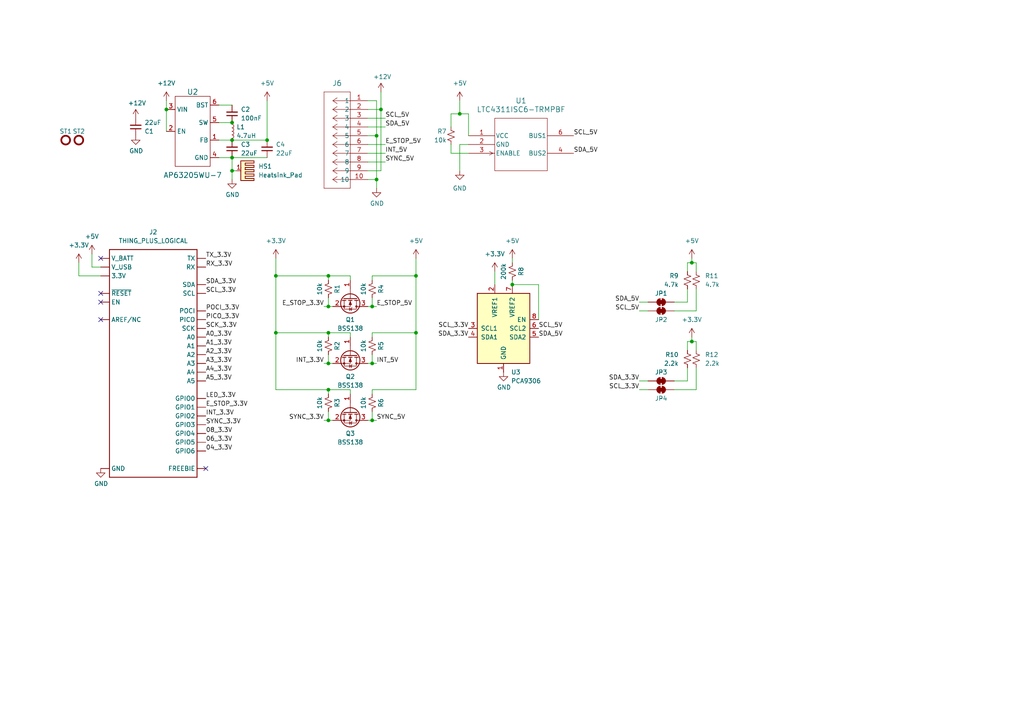
<source format=kicad_sch>
(kicad_sch (version 20230121) (generator eeschema)
  (paper "A4")
  (lib_symbols
    (symbol "Device:C_Small" (pin_numbers hide) (pin_names (offset 0.254) hide)
      (property "Reference" "C" (at 0.254 1.778 0))
      (property "Value" "C_Small" (at 0.254 -2.032 0))
      (symbol "C_Small_0_1"
        (polyline (pts (xy -1.524 -0.508) (xy 1.524 -0.508)) (stroke (width 0.3302)))
        (polyline (pts (xy -1.524 0.508) (xy 1.524 0.508)) (stroke (width 0.3048)))
      )
      (symbol "C_Small_1_1"
        (pin passive line (at 0 2.54 270) (length 2.032) (name "~") (number "1"))
        (pin passive line (at 0 -2.54 90) (length 2.032) (name "~") (number "2"))
      )
    )
    (symbol "Device:L_Small" (pin_numbers hide) (pin_names (offset 0.254) hide)
      (property "Reference" "L" (at 0.762 1.016 0))
      (property "Value" "L_Small" (at 0.762 -1.016 0))
      (symbol "L_Small_0_1"
        (arc (start 0 -2.032) (mid 0.5058 -1.524) (end 0 -1.016))
        (arc (start 0 -1.016) (mid 0.5058 -0.508) (end 0 0))
        (arc (start 0 0) (mid 0.5058 0.508) (end 0 1.016))
        (arc (start 0 1.016) (mid 0.5058 1.524) (end 0 2.032))
      )
      (symbol "L_Small_1_1"
        (pin passive line (at 0 2.54 270) (length 0.508) (name "~") (number "1"))
        (pin passive line (at 0 -2.54 90) (length 0.508) (name "~") (number "2"))
      )
    )
    (symbol "Device:R_Small_US" (pin_numbers hide) (pin_names (offset 0.254) hide)
      (property "Reference" "R" (at 0.762 0.508 0))
      (property "Value" "R_Small_US" (at 0.762 -1.016 0))
      (symbol "R_Small_US_1_1"
        (polyline (pts (xy 0 0) (xy 1.016 -0.381) (xy 0 -0.762) (xy -1.016 -1.143) (xy 0 -1.524)))
        (polyline (pts (xy 0 1.524) (xy 1.016 1.143) (xy 0 0.762) (xy -1.016 0.381) (xy 0 0)))
        (pin passive line (at 0 2.54 270) (length 1.016) (name "~") (number "1"))
        (pin passive line (at 0 -2.54 90) (length 1.016) (name "~") (number "2"))
      )
    )
    (symbol "Interface:PCA9306" (pin_names (offset 1.016))
      (property "Reference" "U" (at -7.62 11.43 0))
      (property "Value" "PCA9306" (at 5.08 11.43 0))
      (symbol "PCA9306_0_1"
        (rectangle (start -7.62 10.16) (end 7.62 -10.16) (stroke (width 0.254)) (fill (type background)))
      )
      (symbol "PCA9306_1_1"
        (pin power_in line (at 0 -12.7 90) (length 2.54) (name "GND") (number "1"))
        (pin power_in line (at -2.54 12.7 270) (length 2.54) (name "VREF1") (number "2"))
        (pin bidirectional line (at -10.16 0 0) (length 2.54) (name "SCL1") (number "3"))
        (pin bidirectional line (at -10.16 -2.54 0) (length 2.54) (name "SDA1") (number "4"))
        (pin bidirectional line (at 10.16 -2.54 180) (length 2.54) (name "SDA2") (number "5"))
        (pin bidirectional line (at 10.16 0 180) (length 2.54) (name "SCL2") (number "6"))
        (pin power_in line (at 2.54 12.7 270) (length 2.54) (name "VREF2") (number "7"))
        (pin input line (at 10.16 2.54 180) (length 2.54) (name "EN") (number "8"))
      )
    )
    (symbol "LTC4311:LTC4311ISC6-TRMPBF" (pin_names (offset 0.254))
      (property "Reference" "U1" (at 15.24 10.16 0))
      (property "Value" "LTC4311ISC6-TRMPBF" (at 15.24 7.62 0))
      (symbol "LTC4311ISC6-TRMPBF_0_1"
        (polyline (pts (xy 7.0993 -5.08) (xy 6.0579 -5.6007)) (stroke (width 0.127)))
        (polyline (pts (xy 7.0993 -5.08) (xy 6.0579 -4.5593)) (stroke (width 0.127)))
        (polyline (pts (xy 7.62 -10.16) (xy 22.86 -10.16)) (stroke (width 0.127)))
        (polyline (pts (xy 7.62 5.08) (xy 7.62 -10.16)) (stroke (width 0.127)))
        (polyline (pts (xy 22.86 -10.16) (xy 22.86 5.08)) (stroke (width 0.127)))
        (polyline (pts (xy 22.86 5.08) (xy 7.62 5.08)) (stroke (width 0.127)))
        (pin power_in line (at 0 0 0) (length 7.62) (name "VCC") (number "1"))
        (pin input line (at 0 -5.08 0) (length 7.62) (name "ENABLE") (number "3"))
        (pin unspecified line (at 30.48 -5.08 180) (length 7.62) (name "BUS2") (number "4"))
        (pin unspecified line (at 30.48 0 180) (length 7.62) (name "BUS1") (number "6"))
      )
      (symbol "LTC4311ISC6-TRMPBF_1_1"
        (pin power_in line (at 0 -2.54 0) (length 7.62) (name "GND") (number "2"))
        (pin passive line (at 0 -2.54 0) (length 7.62) hide (name "GND") (number "5"))
      )
    )
    (symbol "Mechanical:Heatsink_Pad" (pin_names (offset 0))
      (property "Reference" "HS" (at 0 5.715 0))
      (property "Value" "Heatsink_Pad" (at 0 3.81 0))
      (symbol "Heatsink_Pad_0_1"
        (polyline (pts (xy -0.3302 0) (xy -0.9652 0) (xy -0.9652 2.54) (xy -1.6002 2.54) (xy -1.6002 0) (xy -2.2352 0) (xy -2.2352 2.54) (xy -2.8702 2.54) (xy -2.8702 -1.27) (xy -0.9652 -1.27)) (stroke (width 0.254)) (fill (type background)))
        (polyline (pts (xy -0.3302 0) (xy -0.3302 2.54) (xy 0.3048 2.54) (xy 0.3048 0) (xy 0.9398 0) (xy 0.9398 2.54) (xy 1.5748 2.54) (xy 1.5748 0) (xy 2.2098 0) (xy 2.2098 2.54) (xy 2.8448 2.54) (xy 2.8448 -1.27) (xy -0.9652 -1.27)) (stroke (width 0.254)) (fill (type background)))
      )
      (symbol "Heatsink_Pad_1_1"
        (pin passive line (at 0 -2.54 90) (length 1.27) (name "~") (number "1"))
      )
    )
    (symbol "PPPC101LGBN-RC:PPPC101LGBN-RC" (pin_names (offset 0.254))
      (property "Reference" "J" (at 8.89 6.35 0))
      (property "Value" "PPPC101LGBN-RC" (at 0 0 0))
      (symbol "PPPC101LGBN-RC_0_1"
        (polyline (pts (xy 5.08 -25.4) (xy 12.7 -25.4)) (stroke (width 0.127)))
        (polyline (pts (xy 5.08 2.54) (xy 5.08 -25.4)) (stroke (width 0.127)))
        (polyline (pts (xy 10.16 -22.86) (xy 5.08 -22.86)) (stroke (width 0.127)))
        (polyline (pts (xy 10.16 -22.86) (xy 8.89 -23.7067)) (stroke (width 0.127)))
        (polyline (pts (xy 10.16 -22.86) (xy 8.89 -22.0133)) (stroke (width 0.127)))
        (polyline (pts (xy 10.16 -20.32) (xy 5.08 -20.32)) (stroke (width 0.127)))
        (polyline (pts (xy 10.16 -20.32) (xy 8.89 -21.1667)) (stroke (width 0.127)))
        (polyline (pts (xy 10.16 -20.32) (xy 8.89 -19.4733)) (stroke (width 0.127)))
        (polyline (pts (xy 10.16 -17.78) (xy 5.08 -17.78)) (stroke (width 0.127)))
        (polyline (pts (xy 10.16 -17.78) (xy 8.89 -18.6267)) (stroke (width 0.127)))
        (polyline (pts (xy 10.16 -17.78) (xy 8.89 -16.9333)) (stroke (width 0.127)))
        (polyline (pts (xy 10.16 -15.24) (xy 5.08 -15.24)) (stroke (width 0.127)))
        (polyline (pts (xy 10.16 -15.24) (xy 8.89 -16.0867)) (stroke (width 0.127)))
        (polyline (pts (xy 10.16 -15.24) (xy 8.89 -14.3933)) (stroke (width 0.127)))
        (polyline (pts (xy 10.16 -12.7) (xy 5.08 -12.7)) (stroke (width 0.127)))
        (polyline (pts (xy 10.16 -12.7) (xy 8.89 -13.5467)) (stroke (width 0.127)))
        (polyline (pts (xy 10.16 -12.7) (xy 8.89 -11.8533)) (stroke (width 0.127)))
        (polyline (pts (xy 10.16 -10.16) (xy 5.08 -10.16)) (stroke (width 0.127)))
        (polyline (pts (xy 10.16 -10.16) (xy 8.89 -11.0067)) (stroke (width 0.127)))
        (polyline (pts (xy 10.16 -10.16) (xy 8.89 -9.3133)) (stroke (width 0.127)))
        (polyline (pts (xy 10.16 -7.62) (xy 5.08 -7.62)) (stroke (width 0.127)))
        (polyline (pts (xy 10.16 -7.62) (xy 8.89 -8.4667)) (stroke (width 0.127)))
        (polyline (pts (xy 10.16 -7.62) (xy 8.89 -6.7733)) (stroke (width 0.127)))
        (polyline (pts (xy 10.16 -5.08) (xy 5.08 -5.08)) (stroke (width 0.127)))
        (polyline (pts (xy 10.16 -5.08) (xy 8.89 -5.9267)) (stroke (width 0.127)))
        (polyline (pts (xy 10.16 -5.08) (xy 8.89 -4.2333)) (stroke (width 0.127)))
        (polyline (pts (xy 10.16 -2.54) (xy 5.08 -2.54)) (stroke (width 0.127)))
        (polyline (pts (xy 10.16 -2.54) (xy 8.89 -3.3867)) (stroke (width 0.127)))
        (polyline (pts (xy 10.16 -2.54) (xy 8.89 -1.6933)) (stroke (width 0.127)))
        (polyline (pts (xy 10.16 0) (xy 5.08 0)) (stroke (width 0.127)))
        (polyline (pts (xy 10.16 0) (xy 8.89 -0.8467)) (stroke (width 0.127)))
        (polyline (pts (xy 10.16 0) (xy 8.89 0.8467)) (stroke (width 0.127)))
        (polyline (pts (xy 12.7 -25.4) (xy 12.7 2.54)) (stroke (width 0.127)))
        (polyline (pts (xy 12.7 2.54) (xy 5.08 2.54)) (stroke (width 0.127)))
        (pin unspecified line (at 0 0 0) (length 5.08) (name "1") (number "1"))
        (pin unspecified line (at 0 -22.86 0) (length 5.08) (name "10") (number "10"))
        (pin unspecified line (at 0 -2.54 0) (length 5.08) (name "2") (number "2"))
        (pin unspecified line (at 0 -5.08 0) (length 5.08) (name "3") (number "3"))
        (pin unspecified line (at 0 -7.62 0) (length 5.08) (name "4") (number "4"))
        (pin unspecified line (at 0 -10.16 0) (length 5.08) (name "5") (number "5"))
        (pin unspecified line (at 0 -12.7 0) (length 5.08) (name "6") (number "6"))
        (pin unspecified line (at 0 -15.24 0) (length 5.08) (name "7") (number "7"))
        (pin unspecified line (at 0 -17.78 0) (length 5.08) (name "8") (number "8"))
        (pin unspecified line (at 0 -20.32 0) (length 5.08) (name "9") (number "9"))
      )
    )
    (symbol "SparkFun-DiscreteSemi:AP63205"
      (property "Reference" "U" (at 0 7.62 0))
      (symbol "AP63205_0_1"
        (rectangle (start -5.08 6.35) (end 5.08 -13.97))
      )
      (symbol "AP63205_1_1"
        (pin input line (at 7.62 -6.35 180) (length 2.54) (name "FB") (number "1"))
        (pin input line (at -7.62 -3.81 0) (length 2.54) (name "EN") (number "2"))
        (pin input line (at -7.62 2.54 0) (length 2.54) (name "VIN") (number "3"))
        (pin input line (at 7.62 -11.43 180) (length 2.54) (name "GND") (number "4"))
        (pin input line (at 7.62 -1.27 180) (length 2.54) (name "SW") (number "5"))
        (pin input line (at 7.62 3.81 180) (length 2.54) (name "BST") (number "6"))
      )
    )
    (symbol "SparkFun-Hardware:Stand_off"
      (symbol "Stand_off_1_1"
        (circle (center 0 0) (radius 1.27) (stroke (width 0.508)))
      )
    )
    (symbol "SparkFun-Jumper:SolderJumper_2_Bridged" (pin_numbers hide) (pin_names (offset 0) hide)
      (property "Reference" "JP" (at 0 2.032 0))
      (property "Value" "~" (at 0 -2.54 0))
      (symbol "SolderJumper_2_Bridged_0_1"
        (rectangle (start -0.508 0.508) (end 0.508 -0.508) (fill (type outline)))
        (arc (start -0.254 1.016) (mid -1.2656 0) (end -0.254 -1.016))
        (arc (start -0.254 1.016) (mid -1.2656 0) (end -0.254 -1.016) (fill (type outline)))
        (polyline (pts (xy -0.254 1.016) (xy -0.254 -1.016)))
        (polyline (pts (xy 0.254 1.016) (xy 0.254 -1.016)))
        (arc (start 0.254 -1.016) (mid 1.2656 0) (end 0.254 1.016))
        (arc (start 0.254 -1.016) (mid 1.2656 0) (end 0.254 1.016) (fill (type outline)))
      )
      (symbol "SolderJumper_2_Bridged_1_1"
        (pin passive line (at -3.81 0 0) (length 2.54) (name "A") (number "1"))
        (pin passive line (at 3.81 0 180) (length 2.54) (name "B") (number "2"))
      )
    )
    (symbol "SparkFun-RF:ESP_THING_PLUS_LOGICAL"
      (property "Reference" "J" (at -10.16 35.56 0) (show_name))
      (property "Value" "THING_PLUS_LOGICAL" (at 0 0 0) (show_name))
      (symbol "ESP_THING_PLUS_LOGICAL_1_0"
        (polyline (pts (xy -12.7 -33.02) (xy -12.7 33.02)) (stroke (width 0.254)))
        (polyline (pts (xy 12.7 -33.02) (xy -12.7 -33.02)) (stroke (width 0.254)))
        (polyline (pts (xy 12.7 -33.02) (xy 12.7 33.02)) (stroke (width 0.254)))
        (polyline (pts (xy 12.7 33.02) (xy -12.7 33.02)) (stroke (width 0.254)))
        (pin bidirectional line (at 15.24 22.86 180) (length 2.54) (name "SDA") (number "1"))
        (pin bidirectional line (at -15.24 27.94 0) (length 2.54) (name "V_USB") (number "10"))
        (pin bidirectional line (at -15.24 17.78 0) (length 2.54) (name "EN") (number "11"))
        (pin bidirectional line (at -15.24 30.48 0) (length 2.54) (name "V_BATT") (number "12"))
        (pin bidirectional line (at 15.24 -30.48 180) (length 2.54) (name "FREEBIE") (number "13"))
        (pin bidirectional line (at 15.24 30.48 180) (length 2.54) (name "TX") (number "14"))
        (pin bidirectional line (at 15.24 27.94 180) (length 2.54) (name "RX") (number "15"))
        (pin bidirectional line (at 15.24 15.24 180) (length 2.54) (name "POCI") (number "16"))
        (pin bidirectional line (at 15.24 12.7 180) (length 2.54) (name "PICO") (number "17"))
        (pin bidirectional line (at 15.24 10.16 180) (length 2.54) (name "SCK") (number "18"))
        (pin bidirectional line (at 15.24 -5.08 180) (length 2.54) (name "A5") (number "19"))
        (pin bidirectional line (at 15.24 20.32 180) (length 2.54) (name "SCL") (number "2"))
        (pin bidirectional line (at 15.24 -2.54 180) (length 2.54) (name "A4") (number "20"))
        (pin bidirectional line (at 15.24 0 180) (length 2.54) (name "A3") (number "21"))
        (pin bidirectional line (at 15.24 2.54 180) (length 2.54) (name "A2") (number "22"))
        (pin bidirectional line (at 15.24 5.08 180) (length 2.54) (name "A1") (number "23"))
        (pin bidirectional line (at 15.24 7.62 180) (length 2.54) (name "A0") (number "24"))
        (pin bidirectional line (at -15.24 -30.48 0) (length 2.54) (name "GND") (number "25"))
        (pin bidirectional line (at -15.24 12.7 0) (length 2.54) (name "AREF/NC") (number "26"))
        (pin bidirectional line (at -15.24 25.4 0) (length 2.54) (name "3.3V") (number "27"))
        (pin bidirectional line (at -15.24 20.32 0) (length 2.54) (name "~{RESET}") (number "28"))
        (pin bidirectional line (at 15.24 -25.4 180) (length 2.54) (name "GPIO6") (number "3"))
        (pin bidirectional line (at 15.24 -22.86 180) (length 2.54) (name "GPIO5") (number "4"))
        (pin bidirectional line (at 15.24 -20.32 180) (length 2.54) (name "GPIO4") (number "5"))
        (pin bidirectional line (at 15.24 -17.78 180) (length 2.54) (name "GPIO3") (number "6"))
        (pin bidirectional line (at 15.24 -15.24 180) (length 2.54) (name "GPIO2") (number "7"))
        (pin bidirectional line (at 15.24 -12.7 180) (length 2.54) (name "GPIO1") (number "8"))
        (pin bidirectional line (at 15.24 -10.16 180) (length 2.54) (name "GPIO0") (number "9"))
      )
    )
    (symbol "Transistor_FET:BSS138" (pin_names hide)
      (property "Reference" "Q" (at 5.08 1.905 0))
      (property "Value" "BSS138" (at 5.08 0 0))
      (symbol "BSS138_0_1"
        (polyline (pts (xy 0.254 0) (xy -2.54 0)))
        (polyline (pts (xy 0.254 1.905) (xy 0.254 -1.905)) (stroke (width 0.254)))
        (polyline (pts (xy 0.762 -1.27) (xy 0.762 -2.286)) (stroke (width 0.254)))
        (polyline (pts (xy 0.762 0.508) (xy 0.762 -0.508)) (stroke (width 0.254)))
        (polyline (pts (xy 0.762 2.286) (xy 0.762 1.27)) (stroke (width 0.254)))
        (polyline (pts (xy 2.54 2.54) (xy 2.54 1.778)))
        (polyline (pts (xy 2.54 -2.54) (xy 2.54 0) (xy 0.762 0)))
        (polyline (pts (xy 0.762 -1.778) (xy 3.302 -1.778) (xy 3.302 1.778) (xy 0.762 1.778)))
        (polyline (pts (xy 1.016 0) (xy 2.032 0.381) (xy 2.032 -0.381) (xy 1.016 0)) (fill (type outline)))
        (polyline (pts (xy 2.794 0.508) (xy 2.921 0.381) (xy 3.683 0.381) (xy 3.81 0.254)))
        (polyline (pts (xy 3.302 0.381) (xy 2.921 -0.254) (xy 3.683 -0.254) (xy 3.302 0.381)))
        (circle (center 1.651 0) (radius 2.794) (stroke (width 0.254)))
        (circle (center 2.54 -1.778) (radius 0.254) (fill (type outline)))
        (circle (center 2.54 1.778) (radius 0.254) (fill (type outline)))
      )
      (symbol "BSS138_1_1"
        (pin input line (at -5.08 0 0) (length 2.54) (name "G") (number "1"))
        (pin passive line (at 2.54 -5.08 90) (length 2.54) (name "S") (number "2"))
        (pin passive line (at 2.54 5.08 270) (length 2.54) (name "D") (number "3"))
      )
    )
    (symbol "power:+12V" (power) (pin_names (offset 0))
      (property "Value" "+12V" (at 0 3.556 0))
      (symbol "+12V_0_1"
        (polyline (pts (xy -0.762 1.27) (xy 0 2.54)))
        (polyline (pts (xy 0 0) (xy 0 2.54)))
        (polyline (pts (xy 0 2.54) (xy 0.762 1.27)))
      )
      (symbol "+12V_1_1"
        (pin power_in line (at 0 0 90) (length 0) hide (name "+12V") (number "1"))
      )
    )
    (symbol "power:+3.3V" (power) (pin_names (offset 0))
      (property "Value" "+3.3V" (at 0 3.556 0))
      (symbol "+3.3V_0_1"
        (polyline (pts (xy -0.762 1.27) (xy 0 2.54)))
        (polyline (pts (xy 0 0) (xy 0 2.54)))
        (polyline (pts (xy 0 2.54) (xy 0.762 1.27)))
      )
      (symbol "+3.3V_1_1"
        (pin power_in line (at 0 0 90) (length 0) hide (name "+3.3V") (number "1"))
      )
    )
    (symbol "power:+5V" (power) (pin_names (offset 0))
      (property "Value" "+5V" (at 0 3.556 0))
      (symbol "+5V_0_1"
        (polyline (pts (xy -0.762 1.27) (xy 0 2.54)))
        (polyline (pts (xy 0 0) (xy 0 2.54)))
        (polyline (pts (xy 0 2.54) (xy 0.762 1.27)))
      )
      (symbol "+5V_1_1"
        (pin power_in line (at 0 0 90) (length 0) hide (name "+5V") (number "1"))
      )
    )
    (symbol "power:GND" (power) (pin_names (offset 0))
      (property "Value" "GND" (at 0 -3.81 0))
      (symbol "GND_0_1"
        (polyline (pts (xy 0 0) (xy 0 -1.27) (xy 1.27 -1.27) (xy 0 -2.54) (xy -1.27 -1.27) (xy 0 -1.27)))
      )
      (symbol "GND_1_1"
        (pin power_in line (at 0 0 270) (length 0) hide (name "GND") (number "1"))
      )
    )
  )
  (junction (at 107.95 88.9))
  (junction (at 95.25 105.41))
  (junction (at 107.95 121.92))
  (junction (at 133.35 33.02))
  (junction (at 110.49 31.75))
  (junction (at 95.25 88.9))
  (junction (at 120.65 96.52))
  (junction (at 80.01 96.52))
  (junction (at 148.59 82.55))
  (junction (at 48.26 31.75))
  (junction (at 95.25 121.92))
  (junction (at 95.25 80.01))
  (junction (at 67.31 49.53))
  (junction (at 67.31 40.64))
  (junction (at 67.31 45.72))
  (junction (at 80.01 80.01))
  (junction (at 67.31 35.56))
  (junction (at 200.66 99.06))
  (junction (at 120.65 80.01))
  (junction (at 200.66 76.2))
  (junction (at 95.25 96.52))
  (junction (at 109.22 52.07))
  (junction (at 77.47 40.64))
  (junction (at 107.95 105.41))
  (junction (at 95.25 113.03))
  (junction (at 109.22 39.37))
  (no_connect (at 29.21 87.63))
  (no_connect (at 29.21 92.71))
  (no_connect (at 29.21 85.09))
  (no_connect (at 29.21 74.93))
  (no_connect (at 59.69 135.89))
  (wire (pts (xy 106.68 41.91) (xy 111.76 41.91)))
  (wire (pts (xy 200.66 97.79) (xy 200.66 99.06)))
  (wire (pts (xy 156.21 82.55) (xy 148.59 82.55)))
  (wire (pts (xy 48.26 31.75) (xy 48.26 38.1)))
  (wire (pts (xy 120.65 74.93) (xy 120.65 80.01)))
  (wire (pts (xy 200.66 99.06) (xy 201.93 99.06)))
  (wire (pts (xy 185.42 110.49) (xy 187.96 110.49)))
  (wire (pts (xy 109.22 39.37) (xy 109.22 52.07)))
  (wire (pts (xy 195.58 87.63) (xy 199.39 87.63)))
  (wire (pts (xy 80.01 96.52) (xy 80.01 80.01)))
  (wire (pts (xy 107.95 88.9) (xy 106.68 88.9)))
  (wire (pts (xy 107.95 105.41) (xy 106.68 105.41)))
  (wire (pts (xy 26.67 77.47) (xy 29.21 77.47)))
  (wire (pts (xy 106.68 46.99) (xy 111.76 46.99)))
  (wire (pts (xy 199.39 99.06) (xy 200.66 99.06)))
  (wire (pts (xy 67.31 49.53) (xy 67.31 45.72)))
  (wire (pts (xy 133.35 29.21) (xy 133.35 33.02)))
  (wire (pts (xy 199.39 101.6) (xy 199.39 99.06)))
  (wire (pts (xy 200.66 76.2) (xy 201.93 76.2)))
  (wire (pts (xy 106.68 39.37) (xy 109.22 39.37)))
  (wire (pts (xy 95.25 96.52) (xy 80.01 96.52)))
  (wire (pts (xy 80.01 113.03) (xy 80.01 96.52)))
  (wire (pts (xy 148.59 81.28) (xy 148.59 82.55)))
  (wire (pts (xy 101.6 113.03) (xy 101.6 114.3)))
  (wire (pts (xy 93.98 105.41) (xy 95.25 105.41)))
  (wire (pts (xy 67.31 49.53) (xy 67.31 52.07)))
  (wire (pts (xy 22.86 80.01) (xy 29.21 80.01)))
  (wire (pts (xy 109.22 88.9) (xy 107.95 88.9)))
  (wire (pts (xy 109.22 39.37) (xy 109.22 29.21)))
  (wire (pts (xy 199.39 87.63) (xy 199.39 83.82)))
  (wire (pts (xy 109.22 52.07) (xy 109.22 54.61)))
  (wire (pts (xy 101.6 96.52) (xy 101.6 97.79)))
  (wire (pts (xy 133.35 41.91) (xy 135.89 41.91)))
  (wire (pts (xy 201.93 99.06) (xy 201.93 101.6)))
  (wire (pts (xy 120.65 96.52) (xy 120.65 113.03)))
  (wire (pts (xy 107.95 96.52) (xy 120.65 96.52)))
  (wire (pts (xy 93.98 121.92) (xy 95.25 121.92)))
  (wire (pts (xy 201.93 76.2) (xy 201.93 78.74)))
  (wire (pts (xy 201.93 113.03) (xy 201.93 106.68)))
  (wire (pts (xy 199.39 78.74) (xy 199.39 76.2)))
  (wire (pts (xy 95.25 113.03) (xy 95.25 114.3)))
  (wire (pts (xy 106.68 49.53) (xy 110.49 49.53)))
  (wire (pts (xy 95.25 96.52) (xy 95.25 97.79)))
  (wire (pts (xy 106.68 36.83) (xy 111.76 36.83)))
  (wire (pts (xy 107.95 96.52) (xy 107.95 97.79)))
  (wire (pts (xy 109.22 29.21) (xy 106.68 29.21)))
  (wire (pts (xy 26.67 73.66) (xy 26.67 77.47)))
  (wire (pts (xy 130.81 33.02) (xy 133.35 33.02)))
  (wire (pts (xy 48.26 29.21) (xy 48.26 31.75)))
  (wire (pts (xy 95.25 80.01) (xy 80.01 80.01)))
  (wire (pts (xy 148.59 74.93) (xy 148.59 76.2)))
  (wire (pts (xy 110.49 26.67) (xy 110.49 31.75)))
  (wire (pts (xy 95.25 80.01) (xy 95.25 81.28)))
  (wire (pts (xy 107.95 102.87) (xy 107.95 105.41)))
  (wire (pts (xy 63.5 40.64) (xy 67.31 40.64)))
  (wire (pts (xy 107.95 86.36) (xy 107.95 88.9)))
  (wire (pts (xy 156.21 92.71) (xy 156.21 82.55)))
  (wire (pts (xy 110.49 49.53) (xy 110.49 31.75)))
  (wire (pts (xy 95.25 119.38) (xy 95.25 121.92)))
  (wire (pts (xy 133.35 41.91) (xy 133.35 49.53)))
  (wire (pts (xy 101.6 80.01) (xy 101.6 81.28)))
  (wire (pts (xy 185.42 90.17) (xy 187.96 90.17)))
  (wire (pts (xy 201.93 90.17) (xy 201.93 83.82)))
  (wire (pts (xy 107.95 80.01) (xy 120.65 80.01)))
  (wire (pts (xy 95.25 105.41) (xy 96.52 105.41)))
  (wire (pts (xy 95.25 121.92) (xy 96.52 121.92)))
  (wire (pts (xy 199.39 76.2) (xy 200.66 76.2)))
  (wire (pts (xy 95.25 88.9) (xy 96.52 88.9)))
  (wire (pts (xy 63.5 30.48) (xy 67.31 30.48)))
  (wire (pts (xy 22.86 76.2) (xy 22.86 80.01)))
  (wire (pts (xy 95.25 96.52) (xy 101.6 96.52)))
  (wire (pts (xy 200.66 74.93) (xy 200.66 76.2)))
  (wire (pts (xy 143.51 78.74) (xy 143.51 82.55)))
  (wire (pts (xy 106.68 34.29) (xy 111.76 34.29)))
  (wire (pts (xy 107.95 80.01) (xy 107.95 81.28)))
  (wire (pts (xy 107.95 121.92) (xy 109.22 121.92)))
  (wire (pts (xy 133.35 33.02) (xy 135.89 33.02)))
  (wire (pts (xy 95.25 113.03) (xy 101.6 113.03)))
  (wire (pts (xy 195.58 113.03) (xy 201.93 113.03)))
  (wire (pts (xy 63.5 45.72) (xy 67.31 45.72)))
  (wire (pts (xy 67.31 40.64) (xy 77.47 40.64)))
  (wire (pts (xy 135.89 33.02) (xy 135.89 39.37)))
  (wire (pts (xy 95.25 80.01) (xy 101.6 80.01)))
  (wire (pts (xy 63.5 35.56) (xy 67.31 35.56)))
  (wire (pts (xy 95.25 113.03) (xy 80.01 113.03)))
  (wire (pts (xy 77.47 40.64) (xy 77.47 29.21)))
  (wire (pts (xy 130.81 44.45) (xy 130.81 41.91)))
  (wire (pts (xy 106.68 31.75) (xy 110.49 31.75)))
  (wire (pts (xy 195.58 90.17) (xy 201.93 90.17)))
  (wire (pts (xy 109.22 105.41) (xy 107.95 105.41)))
  (wire (pts (xy 93.98 88.9) (xy 95.25 88.9)))
  (wire (pts (xy 120.65 80.01) (xy 120.65 96.52)))
  (wire (pts (xy 106.68 121.92) (xy 107.95 121.92)))
  (wire (pts (xy 185.42 113.03) (xy 187.96 113.03)))
  (wire (pts (xy 195.58 110.49) (xy 199.39 110.49)))
  (wire (pts (xy 68.58 49.53) (xy 67.31 49.53)))
  (wire (pts (xy 107.95 113.03) (xy 120.65 113.03)))
  (wire (pts (xy 67.31 45.72) (xy 77.47 45.72)))
  (wire (pts (xy 199.39 110.49) (xy 199.39 106.68)))
  (wire (pts (xy 95.25 102.87) (xy 95.25 105.41)))
  (wire (pts (xy 80.01 74.93) (xy 80.01 80.01)))
  (wire (pts (xy 95.25 86.36) (xy 95.25 88.9)))
  (wire (pts (xy 135.89 44.45) (xy 130.81 44.45)))
  (wire (pts (xy 185.42 87.63) (xy 187.96 87.63)))
  (wire (pts (xy 107.95 119.38) (xy 107.95 121.92)))
  (wire (pts (xy 107.95 113.03) (xy 107.95 114.3)))
  (wire (pts (xy 106.68 52.07) (xy 109.22 52.07)))
  (wire (pts (xy 130.81 33.02) (xy 130.81 36.83)))
  (wire (pts (xy 106.68 44.45) (xy 111.76 44.45)))
  (label "LED_3.3V" (at 59.69 115.57 0))
  (label "A1_3.3V" (at 59.69 100.33 0))
  (label "E_STOP_3.3V" (at 59.69 118.11 0))
  (label "SCL_5V" (at 111.76 34.29 0))
  (label "SDA_5V" (at 111.76 36.83 0))
  (label "SCL_5V" (at 166.37 39.37 0))
  (label "E_STOP_5V" (at 111.76 41.91 0))
  (label "SYNC_3.3V" (at 93.98 121.92 180))
  (label "SCK_3.3V" (at 59.69 95.25 0))
  (label "A2_3.3V" (at 59.69 102.87 0))
  (label "SCL_5V" (at 185.42 90.17 180))
  (label "E_STOP_3.3V" (at 93.98 88.9 180))
  (label "SDA_5V" (at 185.42 87.63 180))
  (label "SDA_3.3V" (at 59.69 82.55 0))
  (label "SCL_3.3V" (at 135.89 95.25 180))
  (label "SCL_3.3V" (at 59.69 85.09 0))
  (label "A5_3.3V" (at 59.69 110.49 0))
  (label "SYNC_5V" (at 109.22 121.92 0))
  (label "PICO_3.3V" (at 59.69 92.71 0))
  (label "A3_3.3V" (at 59.69 105.41 0))
  (label "04_3.3V" (at 59.69 130.81 0))
  (label "E_STOP_5V" (at 109.22 88.9 0))
  (label "INT_5V" (at 109.22 105.41 0))
  (label "POCI_3.3V" (at 59.69 90.17 0))
  (label "INT_3.3V" (at 59.69 120.65 0))
  (label "A4_3.3V" (at 59.69 107.95 0))
  (label "INT_3.3V" (at 93.98 105.41 180))
  (label "SDA_5V" (at 156.21 97.79 0))
  (label "SCL_5V" (at 156.21 95.25 0))
  (label "SDA_5V" (at 166.37 44.45 0))
  (label "TX_3.3V" (at 59.69 74.93 0))
  (label "SDA_3.3V" (at 185.42 110.49 180))
  (label "RX_3.3V" (at 59.69 77.47 0))
  (label "06_3.3V" (at 59.69 128.27 0))
  (label "SDA_3.3V" (at 135.89 97.79 180))
  (label "INT_5V" (at 111.76 44.45 0))
  (label "SCL_3.3V" (at 185.42 113.03 180))
  (label "08_3.3V" (at 59.69 125.73 0))
  (label "SYNC_5V" (at 111.76 46.99 0))
  (label "A0_3.3V" (at 59.69 97.79 0))
  (label "SYNC_3.3V" (at 59.69 123.19 0))
  (symbol (lib_id "power:+5V") (at 148.59 74.93 0) (unit 1)
    (property "Reference" "#PWR019" (effects hide))
    (property "Value" "+5V" (at 148.59 69.85 0))
  )
  (symbol (lib_id "power:GND") (at 39.37 39.37 0) (unit 1)
    (property "Reference" "#PWR07" (effects hide))
    (property "Value" "GND" (at 39.497 43.7642 0))
  )
  (symbol (lib_id "Mechanical:Heatsink_Pad") (at 71.12 49.53 270) (unit 1)
    (property "Reference" "HS1" (at 74.93 48.2473 90) (effects (justify left)))
    (property "Value" "Heatsink_Pad" (at 74.93 50.7873 90) (effects (justify left)))
    (property "Footprint" "SparkFun-Fuse:Thermal Pad" (effects hide))
  )
  (symbol (lib_id "power:+5V") (at 133.35 29.21 0) (unit 1)
    (property "Reference" "#PWR015" (effects hide))
    (property "Value" "+5V" (at 133.35 24.13 0))
  )
  (symbol (lib_id "Device:C_Small") (at 39.37 36.83 0) (mirror x) (unit 1)
    (property "Reference" "C1" (at 41.91 38.0937 0) (effects (justify left)))
    (property "Value" "22uF" (at 41.91 35.5537 0) (effects (justify left)))
    (property "Footprint" "Capacitor_SMD:C_1206_3216Metric" (effects hide))
  )
  (symbol (lib_id "SparkFun-Jumper:SolderJumper_2_Bridged") (at 191.77 113.03 0) (mirror y) (unit 1)
    (property "Reference" "JP4" (at 191.77 115.57 0))
    (property "Value" "~" (at 191.77 115.57 0))
    (property "Footprint" "SparkFun-Jumper:SMT-JUMPER_2_NC_TRACE_SILK" (effects hide))
  )
  (symbol (lib_id "Transistor_FET:BSS138") (at 101.6 102.87 270) (unit 1)
    (property "Reference" "Q2" (at 101.6 109.22 90))
    (property "Value" "BSS138" (at 101.6 111.76 90))
    (property "Footprint" "Package_TO_SOT_SMD:SOT-23" (effects hide))
    (property "Datasheet" "https://www.onsemi.com/pub/Collateral/BSS138-D.PDF" (effects hide))
  )
  (symbol (lib_id "Device:L_Small") (at 67.31 38.1 0) (unit 1)
    (property "Reference" "L1" (at 68.58 36.83 0) (effects (justify left)))
    (property "Value" "4.7uH" (at 68.58 39.37 0) (effects (justify left)))
    (property "Footprint" "Inductor_SMD:L_1210_3225Metric" (effects hide))
  )
  (symbol (lib_id "Device:R_Small_US") (at 107.95 116.84 0) (mirror x) (unit 1)
    (property "Reference" "R6" (at 110.49 116.84 90))
    (property "Value" "10k" (at 105.41 116.84 90))
    (property "Footprint" "Resistor_SMD:R_0603_1608Metric" (effects hide))
  )
  (symbol (lib_id "power:+3.3V") (at 200.66 97.79 0) (unit 1)
    (property "Reference" "#PWR021" (effects hide))
    (property "Value" "+3.3V" (at 200.66 92.71 0))
  )
  (symbol (lib_id "Transistor_FET:BSS138") (at 101.6 86.36 270) (unit 1)
    (property "Reference" "Q1" (at 101.6 92.71 90))
    (property "Value" "BSS138" (at 101.6 95.25 90))
    (property "Footprint" "Package_TO_SOT_SMD:SOT-23" (effects hide))
    (property "Datasheet" "https://www.onsemi.com/pub/Collateral/BSS138-D.PDF" (effects hide))
  )
  (symbol (lib_id "Device:R_Small_US") (at 130.81 39.37 0) (unit 1)
    (property "Reference" "R7" (at 129.54 38.1 0) (effects (justify right)))
    (property "Value" "10k" (at 129.54 40.64 0) (effects (justify right)))
    (property "Footprint" "Resistor_SMD:R_0603_1608Metric" (effects hide))
  )
  (symbol (lib_id "Device:R_Small_US") (at 107.95 100.33 0) (mirror x) (unit 1)
    (property "Reference" "R5" (at 110.49 100.33 90))
    (property "Value" "10k" (at 105.41 100.33 90))
    (property "Footprint" "Resistor_SMD:R_0603_1608Metric" (effects hide))
  )
  (symbol (lib_id "power:GND") (at 67.31 52.07 0) (unit 1)
    (property "Reference" "#PWR09" (effects hide))
    (property "Value" "GND" (at 67.437 56.4642 0))
  )
  (symbol (lib_id "Device:R_Small_US") (at 95.25 83.82 0) (mirror x) (unit 1)
    (property "Reference" "R1" (at 97.79 83.82 90))
    (property "Value" "10k" (at 92.71 83.82 90))
    (property "Footprint" "Resistor_SMD:R_0603_1608Metric" (effects hide))
  )
  (symbol (lib_id "Device:R_Small_US") (at 201.93 104.14 0) (unit 1)
    (property "Reference" "R12" (at 204.47 102.87 0) (effects (justify left)))
    (property "Value" "2.2k" (at 204.47 105.41 0) (effects (justify left)))
    (property "Footprint" "Resistor_SMD:R_0603_1608Metric" (effects hide))
  )
  (symbol (lib_id "power:GND") (at 29.21 135.89 0) (unit 1)
    (property "Reference" "#PWR03" (effects hide))
    (property "Value" "GND" (at 29.337 140.2842 0))
  )
  (symbol (lib_id "Device:R_Small_US") (at 95.25 100.33 0) (mirror x) (unit 1)
    (property "Reference" "R2" (at 97.79 100.33 90))
    (property "Value" "10k" (at 92.71 100.33 90))
    (property "Footprint" "Resistor_SMD:R_0603_1608Metric" (effects hide))
  )
  (symbol (lib_id "Device:C_Small") (at 77.47 43.18 180) (unit 1)
    (property "Reference" "C4" (at 80.01 41.9036 0) (effects (justify right)))
    (property "Value" "22uF" (at 80.01 44.4436 0) (effects (justify right)))
    (property "Footprint" "Capacitor_SMD:C_1206_3216Metric" (effects hide))
  )
  (symbol (lib_id "power:GND") (at 133.35 49.53 0) (unit 1)
    (property "Reference" "#PWR016" (effects hide))
    (property "Value" "GND" (at 133.35 54.61 0))
  )
  (symbol (lib_id "Device:R_Small_US") (at 107.95 83.82 0) (mirror x) (unit 1)
    (property "Reference" "R4" (at 110.49 83.82 90))
    (property "Value" "10k" (at 105.41 83.82 90))
    (property "Footprint" "Resistor_SMD:R_0603_1608Metric" (effects hide))
  )
  (symbol (lib_id "SparkFun-Hardware:Stand_off") (at 22.86 40.64 0) (unit 1)
    (property "Reference" "ST2" (at 22.86 38.1 0))
    (property "Value" "Stand_off" (effects hide))
    (property "Footprint" "SparkFun-Hardware:STAND-OFF" (effects hide))
  )
  (symbol (lib_id "power:+12V") (at 110.49 26.67 0) (unit 1)
    (property "Reference" "#PWR013" (effects hide))
    (property "Value" "+12V" (at 110.871 22.2758 0))
  )
  (symbol (lib_id "power:GND") (at 146.05 107.95 0) (unit 1)
    (property "Reference" "#PWR018" (effects hide))
    (property "Value" "GND" (at 146.177 112.3442 0))
  )
  (symbol (lib_id "power:+12V") (at 48.26 29.21 0) (unit 1)
    (property "Reference" "#PWR08" (effects hide))
    (property "Value" "+12V" (at 48.26 24.13 0))
  )
  (symbol (lib_id "power:+3.3V") (at 80.01 74.93 0) (unit 1)
    (property "Reference" "#PWR011" (effects hide))
    (property "Value" "+3.3V" (at 80.01 69.85 0))
  )
  (symbol (lib_id "LTC4311:LTC4311ISC6-TRMPBF") (at 135.89 39.37 0) (unit 1)
    (property "Reference" "U1" (at 151.13 29.21 0) (effects (font (size 1.524 1.524))))
    (property "Value" "LTC4311ISC6-TRMPBF" (at 151.13 31.75 0) (effects (font (size 1.524 1.524))))
    (property "Footprint" "Package_TO_SOT_SMD:SOT-363_SC-70-6" (effects hide))
    (property "Datasheet" "LTC4311ISC6-TRMPBF" (effects hide))
  )
  (symbol (lib_id "power:+5V") (at 200.66 74.93 0) (unit 1)
    (property "Reference" "#PWR020" (effects hide))
    (property "Value" "+5V" (at 200.66 69.85 0))
  )
  (symbol (lib_id "Device:R_Small_US") (at 199.39 81.28 0) (unit 1)
    (property "Reference" "R9" (at 196.85 80.01 0) (effects (justify right)))
    (property "Value" "4.7k" (at 196.85 82.55 0) (effects (justify right)))
    (property "Footprint" "Resistor_SMD:R_0603_1608Metric" (effects hide))
  )
  (symbol (lib_id "SparkFun-DiscreteSemi:AP63205") (at 55.88 34.29 0) (unit 1)
    (property "Reference" "U2" (at 55.88 26.67 0) (effects (font (size 1.524 1.524))))
    (property "Value" "AP63205WU-7" (at 55.88 50.8 0) (effects (font (size 1.524 1.524))))
    (property "Footprint" "Package_TO_SOT_SMD:TSOT-23-6" (effects hide))
    (property "Datasheet" "AP63205WU-7" (effects hide))
  )
  (symbol (lib_id "Device:R_Small_US") (at 201.93 81.28 0) (unit 1)
    (property "Reference" "R11" (at 204.47 80.01 0) (effects (justify left)))
    (property "Value" "4.7k" (at 204.47 82.55 0) (effects (justify left)))
    (property "Footprint" "Resistor_SMD:R_0603_1608Metric" (effects hide))
  )
  (symbol (lib_id "power:+5V") (at 77.47 29.21 0) (unit 1)
    (property "Reference" "#PWR010" (effects hide))
    (property "Value" "+5V" (at 77.47 24.13 0))
  )
  (symbol (lib_id "SparkFun-Hardware:Stand_off") (at 19.05 40.64 0) (unit 1)
    (property "Reference" "ST1" (at 19.05 38.1 0))
    (property "Value" "Stand_off" (effects hide))
    (property "Footprint" "SparkFun-Hardware:STAND-OFF" (effects hide))
  )
  (symbol (lib_id "Device:R_Small_US") (at 95.25 116.84 0) (mirror x) (unit 1)
    (property "Reference" "R3" (at 97.79 116.84 90))
    (property "Value" "10k" (at 92.71 116.84 90))
    (property "Footprint" "Resistor_SMD:R_0603_1608Metric" (effects hide))
  )
  (symbol (lib_id "Device:C_Small") (at 67.31 33.02 180) (unit 1)
    (property "Reference" "C2" (at 69.85 31.7436 0) (effects (justify right)))
    (property "Value" "100nF" (at 69.85 34.2836 0) (effects (justify right)))
    (property "Footprint" "Capacitor_SMD:C_1206_3216Metric" (effects hide))
  )
  (symbol (lib_id "power:+3.3V") (at 143.51 78.74 0) (unit 1)
    (property "Reference" "#PWR017" (effects hide))
    (property "Value" "+3.3V" (at 143.51 73.66 0))
  )
  (symbol (lib_id "Transistor_FET:BSS138") (at 101.6 119.38 270) (unit 1)
    (property "Reference" "Q3" (at 101.6 125.73 90))
    (property "Value" "BSS138" (at 101.6 128.27 90))
    (property "Footprint" "Package_TO_SOT_SMD:SOT-23" (effects hide))
    (property "Datasheet" "https://www.onsemi.com/pub/Collateral/BSS138-D.PDF" (effects hide))
  )
  (symbol (lib_id "Device:R_Small_US") (at 199.39 104.14 0) (unit 1)
    (property "Reference" "R10" (at 196.85 102.87 0) (effects (justify right)))
    (property "Value" "2.2k" (at 196.85 105.41 0) (effects (justify right)))
    (property "Footprint" "Resistor_SMD:R_0603_1608Metric" (effects hide))
  )
  (symbol (lib_id "PPPC101LGBN-RC:PPPC101LGBN-RC") (at 106.68 29.21 0) (mirror y) (unit 1)
    (property "Reference" "J6" (at 97.79 24.13 0) (effects (font (size 1.524 1.524))))
    (property "Value" "PPPC101LGBN-RC" (effects hide))
    (property "Footprint" "Connector_PinSocket_2.54mm:PinSocket_1x10_P2.54mm_Horizontal" (effects hide))
    (property "Datasheet" "PPPC101LGBN-RC" (effects hide))
  )
  (symbol (lib_id "SparkFun-RF:ESP_THING_PLUS_LOGICAL") (at 44.45 105.41 0) (unit 1)
    (property "Reference" "J2" (at 44.45 67.31 0))
    (property "Value" "THING_PLUS_LOGICAL" (at 44.45 69.85 0))
    (property "Footprint" "SparkFun-RF:ESP_THING_PLUS" (effects hide))
  )
  (symbol (lib_id "power:+3.3V") (at 22.86 76.2 0) (unit 1)
    (property "Reference" "#PWR01" (effects hide))
    (property "Value" "+3.3V" (at 22.86 71.12 0))
  )
  (symbol (lib_id "power:GND") (at 109.22 54.61 0) (unit 1)
    (property "Reference" "#PWR012" (effects hide))
    (property "Value" "GND" (at 109.347 59.0042 0))
  )
  (symbol (lib_id "SparkFun-Jumper:SolderJumper_2_Bridged") (at 191.77 87.63 180) (unit 1)
    (property "Reference" "JP1" (at 191.77 85.09 0))
    (property "Value" "~" (at 191.77 85.09 0))
    (property "Footprint" "SparkFun-Jumper:SMT-JUMPER_2_NC_TRACE_SILK" (effects hide))
  )
  (symbol (lib_id "power:+5V") (at 120.65 74.93 0) (unit 1)
    (property "Reference" "#PWR014" (effects hide))
    (property "Value" "+5V" (at 120.65 69.85 0))
  )
  (symbol (lib_id "power:+5V") (at 26.67 73.66 0) (unit 1)
    (property "Reference" "#PWR02" (effects hide))
    (property "Value" "+5V" (at 26.67 68.58 0))
  )
  (symbol (lib_id "power:+12V") (at 39.37 34.29 0) (unit 1)
    (property "Reference" "#PWR06" (effects hide))
    (property "Value" "+12V" (at 39.751 29.8958 0))
  )
  (symbol (lib_id "Device:R_Small_US") (at 148.59 78.74 0) (mirror x) (unit 1)
    (property "Reference" "R8" (at 151.13 78.74 90))
    (property "Value" "200k" (at 146.05 78.74 90))
    (property "Footprint" "Resistor_SMD:R_0603_1608Metric" (effects hide))
  )
  (symbol (lib_id "SparkFun-Jumper:SolderJumper_2_Bridged") (at 191.77 110.49 180) (unit 1)
    (property "Reference" "JP3" (at 191.77 107.95 0))
    (property "Value" "~" (at 191.77 107.95 0))
    (property "Footprint" "SparkFun-Jumper:SMT-JUMPER_2_NC_TRACE_SILK" (effects hide))
  )
  (symbol (lib_id "SparkFun-Jumper:SolderJumper_2_Bridged") (at 191.77 90.17 0) (mirror y) (unit 1)
    (property "Reference" "JP2" (at 191.77 92.71 0))
    (property "Value" "~" (at 191.77 92.71 0))
    (property "Footprint" "SparkFun-Jumper:SMT-JUMPER_2_NC_TRACE_SILK" (effects hide))
  )
  (symbol (lib_id "Device:C_Small") (at 67.31 43.18 180) (unit 1)
    (property "Reference" "C3" (at 69.85 41.9036 0) (effects (justify right)))
    (property "Value" "22uF" (at 69.85 44.4436 0) (effects (justify right)))
    (property "Footprint" "Capacitor_SMD:C_1206_3216Metric" (effects hide))
  )
  (symbol (lib_id "Interface:PCA9306") (at 146.05 95.25 0) (unit 1)
    (property "Reference" "U3" (at 148.2441 107.95 0) (effects (justify left)))
    (property "Value" "PCA9306" (at 148.2441 110.49 0) (effects (justify left)))
    (property "Footprint" "Package_SO:SSOP-8_2.95x2.8mm_P0.65mm" (effects hide))
    (property "Datasheet" "http://www.ti.com/lit/ds/symlink/pca9306.pdf" (effects hide))
  )
)
</source>
